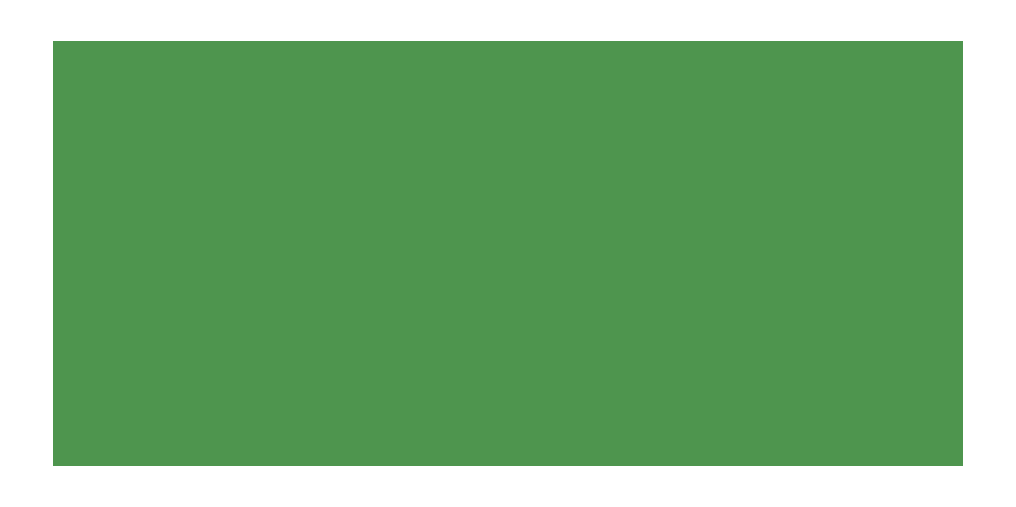
<source format=gbs>
G04 DipTrace 4.3.0.4*
G04 GPSDO back v1.01.GBS*
%MOIN*%
G04 #@! TF.FileFunction,Soldermask,Bot*
G04 #@! TF.Part,Single*
%ADD21C,0.192913*%
%ADD24C,0.181102*%
%FSLAX26Y26*%
G04*
G70*
G90*
G75*
G01*
G04 BotMask*
%LPD*%
D24*
X3228661Y1614488D3*
X551496D3*
Y551496D3*
X3228661D3*
D21*
X1890079Y1496378D3*
G36*
X374331Y1791654D2*
X3405827D1*
Y374331D1*
X374331D1*
Y1791654D1*
G37*
M02*

</source>
